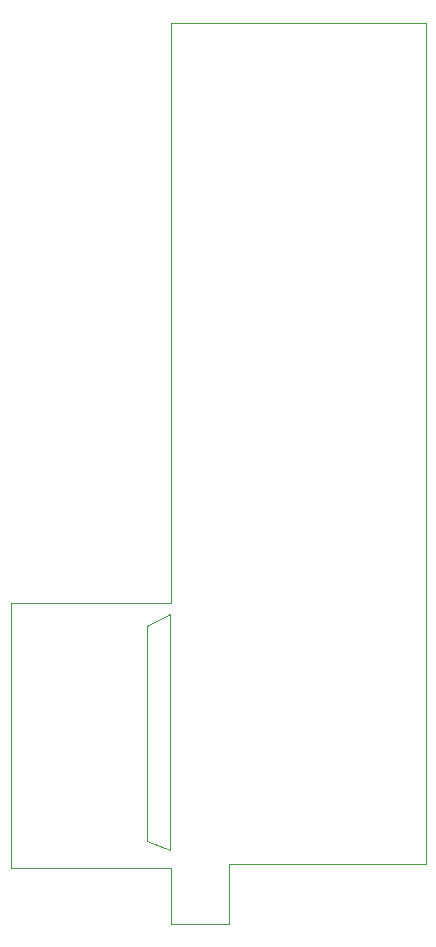
<source format=gbr>
%TF.GenerationSoftware,KiCad,Pcbnew,8.0.8*%
%TF.CreationDate,2025-05-28T20:16:55-04:00*%
%TF.ProjectId,Tiny4FSK,54696e79-3446-4534-9b2e-6b696361645f,rev?*%
%TF.SameCoordinates,Original*%
%TF.FileFunction,Profile,NP*%
%FSLAX46Y46*%
G04 Gerber Fmt 4.6, Leading zero omitted, Abs format (unit mm)*
G04 Created by KiCad (PCBNEW 8.0.8) date 2025-05-28 20:16:55*
%MOMM*%
%LPD*%
G01*
G04 APERTURE LIST*
%TA.AperFunction,Profile*%
%ADD10C,0.100000*%
%TD*%
G04 APERTURE END LIST*
D10*
X140250000Y-106950000D02*
X138250000Y-106200000D01*
X138250000Y-88000000D01*
X140250000Y-87000000D01*
X140250000Y-106950000D01*
X161850000Y-108100000D02*
X145250000Y-108100000D01*
X145250000Y-109200000D01*
X145250000Y-113200000D01*
X140300000Y-113200000D01*
X140300000Y-108450000D01*
X126750000Y-108450000D01*
X126750000Y-86014258D01*
X140300000Y-86014258D01*
X140300000Y-36900000D01*
X161850000Y-36900000D01*
X161850000Y-108100000D01*
M02*

</source>
